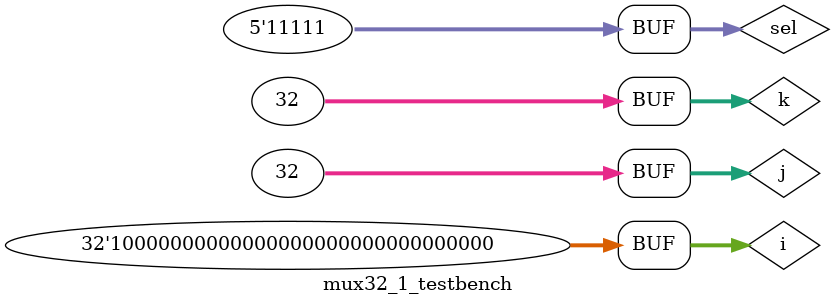
<source format=sv>
`timescale 1ps/1ps
module mux32_1(out, i, sel);
	input logic [31:0] i;
	input logic [4:0] sel;
	output logic out;
	
	logic w0, w1;
	
	mux16_1 m0 (.out(w0), .i(i[15:0]), .sel(sel[3:0]));
	mux16_1 m1 (.out(w1), .i(i[31:16]), .sel(sel[3:0]));
	mux2_1 m2 (.out, .i0(w0), .i1(w1), .sel(sel[4]));
	
endmodule

module mux32_1_testbench();
	logic [31:0] i;
	logic [4:0] sel;
	logic out;
	
	mux32_1 dut (.out, .i, .sel);
	
	integer k;
	integer j;
	initial begin
		// with gate delay of 50 ps
		// the new output from the 32x1mux has a max delay of 550 ps
		// test all sel value for each digit place in the input (i)
		// there are glitches due to gate delay
		for (k=0; k<32; k++) begin
			i = 2**k; sel = 0;	#550;
			for (j=1; j<32; j++) begin
				sel = j; 			#550;
			end
										#550;
		end
	end
endmodule

</source>
